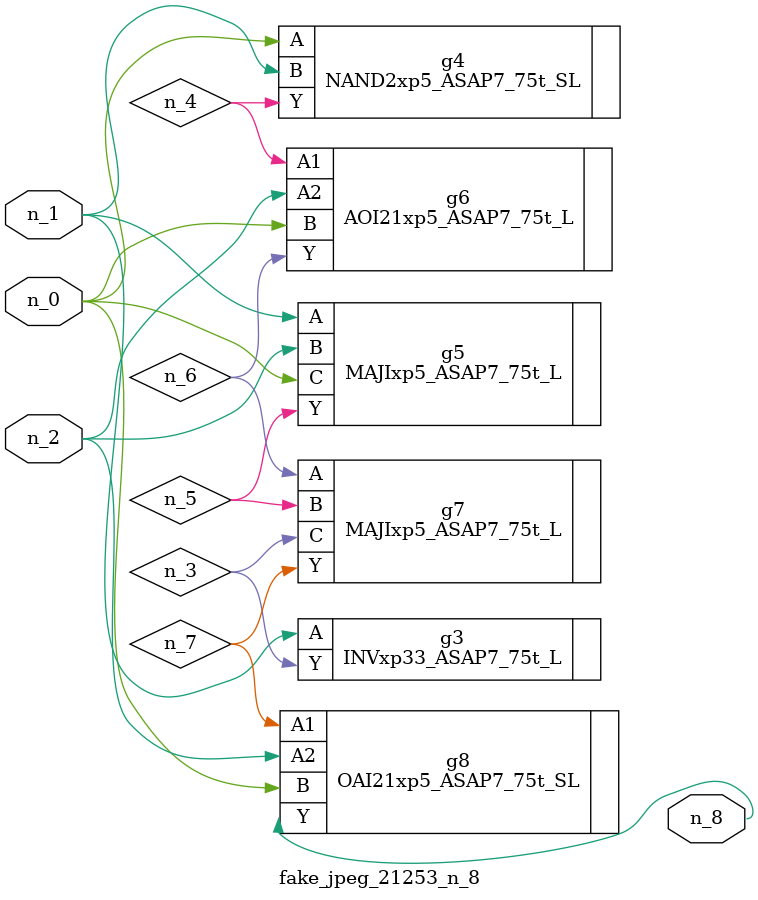
<source format=v>
module fake_jpeg_21253_n_8 (n_0, n_2, n_1, n_8);

input n_0;
input n_2;
input n_1;

output n_8;

wire n_3;
wire n_4;
wire n_6;
wire n_5;
wire n_7;

INVxp33_ASAP7_75t_L g3 ( 
.A(n_1),
.Y(n_3)
);

NAND2xp5_ASAP7_75t_SL g4 ( 
.A(n_0),
.B(n_1),
.Y(n_4)
);

MAJIxp5_ASAP7_75t_L g5 ( 
.A(n_1),
.B(n_2),
.C(n_0),
.Y(n_5)
);

AOI21xp5_ASAP7_75t_L g6 ( 
.A1(n_4),
.A2(n_2),
.B(n_0),
.Y(n_6)
);

MAJIxp5_ASAP7_75t_L g7 ( 
.A(n_6),
.B(n_5),
.C(n_3),
.Y(n_7)
);

OAI21xp5_ASAP7_75t_SL g8 ( 
.A1(n_7),
.A2(n_2),
.B(n_0),
.Y(n_8)
);


endmodule
</source>
